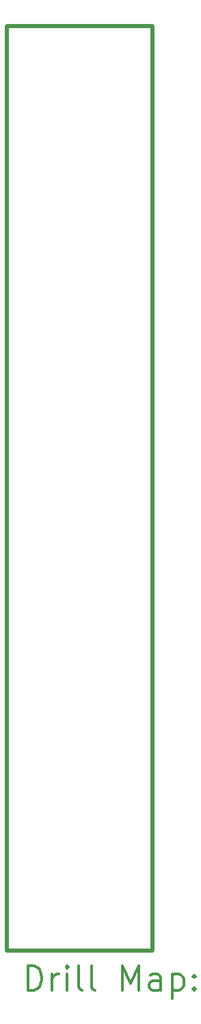
<source format=gbr>
%FSLAX45Y45*%
G04 Gerber Fmt 4.5, Leading zero omitted, Abs format (unit mm)*
G04 Created by KiCad (PCBNEW (5.1.10)-1) date 2021-10-10 13:11:33*
%MOMM*%
%LPD*%
G01*
G04 APERTURE LIST*
%TA.AperFunction,Profile*%
%ADD10C,0.500000*%
%TD*%
%ADD11C,0.200000*%
%ADD12C,0.300000*%
G04 APERTURE END LIST*
D10*
X14150000Y-15630000D02*
X14150000Y-4220000D01*
X15950000Y-15630000D02*
X14150000Y-15630000D01*
X15950000Y-4220000D02*
X15950000Y-15630000D01*
X14150000Y-4220000D02*
X15950000Y-4220000D01*
D11*
D12*
X14411428Y-16120714D02*
X14411428Y-15820714D01*
X14482857Y-15820714D01*
X14525714Y-15835000D01*
X14554286Y-15863571D01*
X14568571Y-15892143D01*
X14582857Y-15949286D01*
X14582857Y-15992143D01*
X14568571Y-16049286D01*
X14554286Y-16077857D01*
X14525714Y-16106429D01*
X14482857Y-16120714D01*
X14411428Y-16120714D01*
X14711428Y-16120714D02*
X14711428Y-15920714D01*
X14711428Y-15977857D02*
X14725714Y-15949286D01*
X14740000Y-15935000D01*
X14768571Y-15920714D01*
X14797143Y-15920714D01*
X14897143Y-16120714D02*
X14897143Y-15920714D01*
X14897143Y-15820714D02*
X14882857Y-15835000D01*
X14897143Y-15849286D01*
X14911428Y-15835000D01*
X14897143Y-15820714D01*
X14897143Y-15849286D01*
X15082857Y-16120714D02*
X15054286Y-16106429D01*
X15040000Y-16077857D01*
X15040000Y-15820714D01*
X15240000Y-16120714D02*
X15211428Y-16106429D01*
X15197143Y-16077857D01*
X15197143Y-15820714D01*
X15582857Y-16120714D02*
X15582857Y-15820714D01*
X15682857Y-16035000D01*
X15782857Y-15820714D01*
X15782857Y-16120714D01*
X16054286Y-16120714D02*
X16054286Y-15963571D01*
X16040000Y-15935000D01*
X16011428Y-15920714D01*
X15954286Y-15920714D01*
X15925714Y-15935000D01*
X16054286Y-16106429D02*
X16025714Y-16120714D01*
X15954286Y-16120714D01*
X15925714Y-16106429D01*
X15911428Y-16077857D01*
X15911428Y-16049286D01*
X15925714Y-16020714D01*
X15954286Y-16006429D01*
X16025714Y-16006429D01*
X16054286Y-15992143D01*
X16197143Y-15920714D02*
X16197143Y-16220714D01*
X16197143Y-15935000D02*
X16225714Y-15920714D01*
X16282857Y-15920714D01*
X16311428Y-15935000D01*
X16325714Y-15949286D01*
X16340000Y-15977857D01*
X16340000Y-16063571D01*
X16325714Y-16092143D01*
X16311428Y-16106429D01*
X16282857Y-16120714D01*
X16225714Y-16120714D01*
X16197143Y-16106429D01*
X16468571Y-16092143D02*
X16482857Y-16106429D01*
X16468571Y-16120714D01*
X16454286Y-16106429D01*
X16468571Y-16092143D01*
X16468571Y-16120714D01*
X16468571Y-15935000D02*
X16482857Y-15949286D01*
X16468571Y-15963571D01*
X16454286Y-15949286D01*
X16468571Y-15935000D01*
X16468571Y-15963571D01*
M02*

</source>
